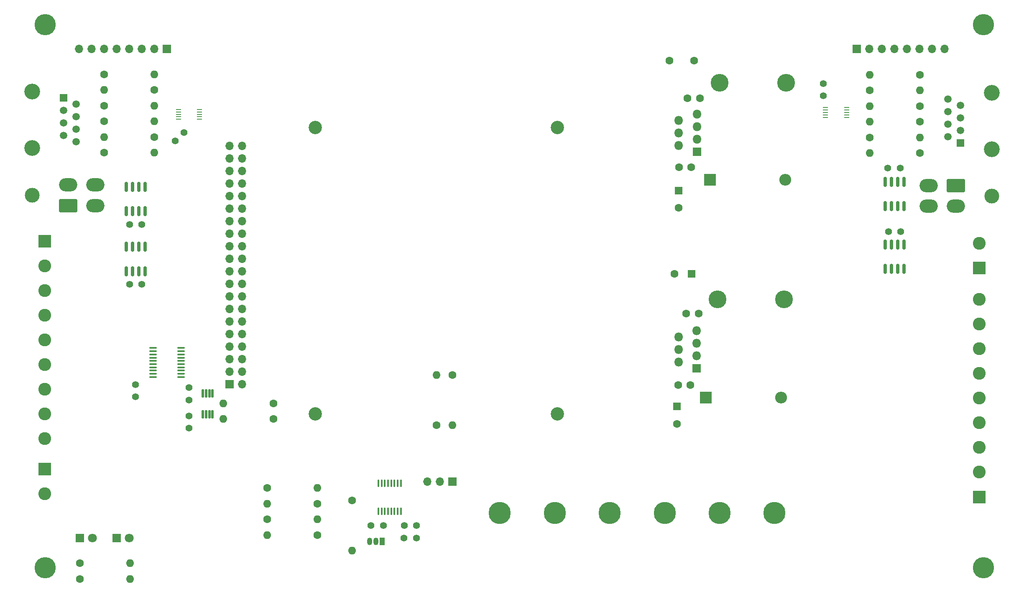
<source format=gbr>
%TF.GenerationSoftware,KiCad,Pcbnew,8.0.4*%
%TF.CreationDate,2024-12-05T04:30:44-06:00*%
%TF.ProjectId,mainpcb,6d61696e-7063-4622-9e6b-696361645f70,rev?*%
%TF.SameCoordinates,Original*%
%TF.FileFunction,Soldermask,Top*%
%TF.FilePolarity,Negative*%
%FSLAX46Y46*%
G04 Gerber Fmt 4.6, Leading zero omitted, Abs format (unit mm)*
G04 Created by KiCad (PCBNEW 8.0.4) date 2024-12-05 04:30:44*
%MOMM*%
%LPD*%
G01*
G04 APERTURE LIST*
G04 Aperture macros list*
%AMRoundRect*
0 Rectangle with rounded corners*
0 $1 Rounding radius*
0 $2 $3 $4 $5 $6 $7 $8 $9 X,Y pos of 4 corners*
0 Add a 4 corners polygon primitive as box body*
4,1,4,$2,$3,$4,$5,$6,$7,$8,$9,$2,$3,0*
0 Add four circle primitives for the rounded corners*
1,1,$1+$1,$2,$3*
1,1,$1+$1,$4,$5*
1,1,$1+$1,$6,$7*
1,1,$1+$1,$8,$9*
0 Add four rect primitives between the rounded corners*
20,1,$1+$1,$2,$3,$4,$5,0*
20,1,$1+$1,$4,$5,$6,$7,0*
20,1,$1+$1,$6,$7,$8,$9,0*
20,1,$1+$1,$8,$9,$2,$3,0*%
G04 Aperture macros list end*
%ADD10R,2.600000X2.600000*%
%ADD11C,2.600000*%
%ADD12C,1.600000*%
%ADD13O,1.600000X1.600000*%
%ADD14C,4.300000*%
%ADD15R,1.700000X1.700000*%
%ADD16O,1.700000X1.700000*%
%ADD17R,1.600000X1.600000*%
%ADD18R,1.800000X1.800000*%
%ADD19O,1.800000X1.800000*%
%ADD20C,1.400000*%
%ADD21RoundRect,0.150000X-0.150000X0.825000X-0.150000X-0.825000X0.150000X-0.825000X0.150000X0.825000X0*%
%ADD22RoundRect,0.150000X0.150000X-0.825000X0.150000X0.825000X-0.150000X0.825000X-0.150000X-0.825000X0*%
%ADD23RoundRect,0.100000X-0.100000X0.637500X-0.100000X-0.637500X0.100000X-0.637500X0.100000X0.637500X0*%
%ADD24C,4.500000*%
%ADD25RoundRect,0.100000X0.637500X0.100000X-0.637500X0.100000X-0.637500X-0.100000X0.637500X-0.100000X0*%
%ADD26RoundRect,0.125000X-0.125000X0.687500X-0.125000X-0.687500X0.125000X-0.687500X0.125000X0.687500X0*%
%ADD27C,2.700000*%
%ADD28C,3.600000*%
%ADD29R,2.400000X2.400000*%
%ADD30O,2.400000X2.400000*%
%ADD31C,3.200000*%
%ADD32R,1.500000X1.500000*%
%ADD33C,1.500000*%
%ADD34C,3.000000*%
%ADD35RoundRect,0.250001X-1.599999X1.099999X-1.599999X-1.099999X1.599999X-1.099999X1.599999X1.099999X0*%
%ADD36O,3.700000X2.700000*%
%ADD37R,1.050000X1.500000*%
%ADD38O,1.050000X1.500000*%
%ADD39R,1.100000X0.250000*%
%ADD40RoundRect,0.250001X1.599999X-1.099999X1.599999X1.099999X-1.599999X1.099999X-1.599999X-1.099999X0*%
%ADD41C,1.800000*%
G04 APERTURE END LIST*
D10*
%TO.C,J9*%
X55880000Y-127000000D03*
D11*
X55880000Y-132000000D03*
%TD*%
D12*
%TO.C,R17*%
X118110000Y-133350000D03*
D13*
X118110000Y-143510000D03*
%TD*%
D12*
%TO.C,R22*%
X102235000Y-116840000D03*
D13*
X92075000Y-116840000D03*
%TD*%
D12*
%TO.C,R15*%
X67945000Y-47043562D03*
D13*
X78105000Y-47043562D03*
%TD*%
D12*
%TO.C,R2*%
X62985000Y-149225000D03*
D13*
X73145000Y-149225000D03*
%TD*%
D14*
%TO.C,H3*%
X246000000Y-37000000D03*
%TD*%
D12*
%TO.C,R7*%
X67945000Y-62918562D03*
D13*
X78105000Y-62918562D03*
%TD*%
D15*
%TO.C,J8*%
X138430000Y-129540000D03*
D16*
X135890000Y-129540000D03*
X133350000Y-129540000D03*
%TD*%
D17*
%TO.C,C6*%
X184259234Y-70590765D03*
D12*
X184259234Y-74090765D03*
%TD*%
D18*
%TO.C,U3*%
X187912200Y-106585450D03*
D19*
X184212200Y-105315450D03*
X187912200Y-104045450D03*
X184212200Y-102775450D03*
X187912200Y-101505450D03*
X184212200Y-100235450D03*
X187912200Y-98965450D03*
%TD*%
D20*
%TO.C,C13*%
X128660000Y-138430000D03*
X131160000Y-138430000D03*
%TD*%
%TO.C,C9*%
X84068884Y-58806116D03*
X82301117Y-60573883D03*
%TD*%
D21*
%TO.C,U7*%
X76200000Y-69813562D03*
X74930000Y-69813562D03*
X73660000Y-69813562D03*
X72390000Y-69813562D03*
X72390000Y-74763562D03*
X73660000Y-74763562D03*
X74930000Y-74763562D03*
X76200000Y-74763562D03*
%TD*%
D20*
%TO.C,C24*%
X85090000Y-110510000D03*
X85090000Y-113010000D03*
%TD*%
D22*
%TO.C,U11*%
X226060000Y-86455000D03*
X227330000Y-86455000D03*
X228600000Y-86455000D03*
X229870000Y-86455000D03*
X229870000Y-81505000D03*
X228600000Y-81505000D03*
X227330000Y-81505000D03*
X226060000Y-81505000D03*
%TD*%
D23*
%TO.C,U9*%
X128005000Y-129852500D03*
X127355000Y-129852500D03*
X126705000Y-129852500D03*
X126055000Y-129852500D03*
X125405000Y-129852500D03*
X124755000Y-129852500D03*
X124105000Y-129852500D03*
X123455000Y-129852500D03*
X123455000Y-135577500D03*
X124105000Y-135577500D03*
X124755000Y-135577500D03*
X125405000Y-135577500D03*
X126055000Y-135577500D03*
X126705000Y-135577500D03*
X127355000Y-135577500D03*
X128005000Y-135577500D03*
%TD*%
D20*
%TO.C,C14*%
X75545000Y-77470000D03*
X73045000Y-77470000D03*
%TD*%
D12*
%TO.C,C2*%
X185802200Y-95480450D03*
X188302200Y-95480450D03*
%TD*%
D24*
%TO.C,J5*%
X203662000Y-135890000D03*
X192536800Y-135890000D03*
X181411600Y-135890000D03*
X170286400Y-135890000D03*
X159161200Y-135890000D03*
X148036000Y-135890000D03*
%TD*%
D17*
%TO.C,C5*%
X186882200Y-87480450D03*
D12*
X183382200Y-87480450D03*
%TD*%
%TO.C,R9*%
X138430000Y-107950000D03*
D13*
X138430000Y-118110000D03*
%TD*%
D20*
%TO.C,C15*%
X75545000Y-89535000D03*
X73045000Y-89535000D03*
%TD*%
D12*
%TO.C,R21*%
X111125000Y-133985000D03*
D13*
X100965000Y-133985000D03*
%TD*%
D15*
%TO.C,J6*%
X80645000Y-41910000D03*
D16*
X78105000Y-41910000D03*
X75565000Y-41910000D03*
X73025000Y-41910000D03*
X70485000Y-41910000D03*
X67945000Y-41910000D03*
X65405000Y-41910000D03*
X62865000Y-41910000D03*
%TD*%
D12*
%TO.C,R8*%
X233065000Y-47152500D03*
D13*
X222905000Y-47152500D03*
%TD*%
D12*
%TO.C,R13*%
X78105000Y-50218562D03*
D13*
X67945000Y-50218562D03*
%TD*%
D20*
%TO.C,C11*%
X121940000Y-138430000D03*
X124440000Y-138430000D03*
%TD*%
D12*
%TO.C,C8*%
X184279234Y-65893416D03*
X186779234Y-65893416D03*
%TD*%
D25*
%TO.C,U2*%
X83507500Y-108335000D03*
X83507500Y-107685000D03*
X83507500Y-107035000D03*
X83507500Y-106385000D03*
X83507500Y-105735000D03*
X83507500Y-105085000D03*
X83507500Y-104435000D03*
X83507500Y-103785000D03*
X83507500Y-103135000D03*
X83507500Y-102485000D03*
X77782500Y-102485000D03*
X77782500Y-103135000D03*
X77782500Y-103785000D03*
X77782500Y-104435000D03*
X77782500Y-105085000D03*
X77782500Y-105735000D03*
X77782500Y-106385000D03*
X77782500Y-107035000D03*
X77782500Y-107685000D03*
X77782500Y-108335000D03*
%TD*%
D26*
%TO.C,U1*%
X89875000Y-111679500D03*
X89225000Y-111679500D03*
X88575000Y-111679500D03*
X87925000Y-111679500D03*
X87925000Y-115904500D03*
X88575000Y-115904500D03*
X89225000Y-115904500D03*
X89875000Y-115904500D03*
%TD*%
D20*
%TO.C,C10*%
X213566116Y-51398349D03*
X213566116Y-48898349D03*
%TD*%
D12*
%TO.C,R3*%
X67945000Y-56568562D03*
D13*
X78105000Y-56568562D03*
%TD*%
D10*
%TO.C,J15*%
X245110000Y-86280000D03*
D11*
X245110000Y-81280000D03*
%TD*%
D27*
%TO.C,REF\u002A\u002A*%
X110695000Y-57820000D03*
%TD*%
D14*
%TO.C,H1*%
X56000000Y-37000000D03*
%TD*%
D28*
%TO.C,L1*%
X192112200Y-92615450D03*
X205612200Y-92615450D03*
%TD*%
D12*
%TO.C,R5*%
X78105000Y-59743562D03*
D13*
X67945000Y-59743562D03*
%TD*%
D18*
%TO.C,U4*%
X187959234Y-62718416D03*
D19*
X184259234Y-61448416D03*
X187959234Y-60178416D03*
X184259234Y-58908416D03*
X187959234Y-57638416D03*
X184259234Y-56368416D03*
X187959234Y-55098416D03*
%TD*%
D22*
%TO.C,U12*%
X226080000Y-73772500D03*
X227350000Y-73772500D03*
X228620000Y-73772500D03*
X229890000Y-73772500D03*
X229890000Y-68822500D03*
X228620000Y-68822500D03*
X227350000Y-68822500D03*
X226080000Y-68822500D03*
%TD*%
D12*
%TO.C,R11*%
X67945000Y-53393562D03*
D13*
X78105000Y-53393562D03*
%TD*%
D28*
%TO.C,L2*%
X192514234Y-48748416D03*
X206014234Y-48748416D03*
%TD*%
D27*
%TO.C,REF\u002A\u002A*%
X159695000Y-57820000D03*
%TD*%
D12*
%TO.C,C7*%
X186055000Y-51923416D03*
X188555000Y-51923416D03*
%TD*%
%TO.C,R23*%
X102235000Y-113665000D03*
D13*
X92075000Y-113665000D03*
%TD*%
D12*
%TO.C,C18*%
X187394234Y-44303416D03*
X182394234Y-44303416D03*
%TD*%
D15*
%TO.C,J7*%
X220345000Y-41910000D03*
D16*
X222885000Y-41910000D03*
X225425000Y-41910000D03*
X227965000Y-41910000D03*
X230505000Y-41910000D03*
X233045000Y-41910000D03*
X235585000Y-41910000D03*
X238125000Y-41910000D03*
%TD*%
D20*
%TO.C,C23*%
X74295000Y-109855000D03*
X74295000Y-112355000D03*
%TD*%
D29*
%TO.C,D3*%
X189762200Y-112480450D03*
D30*
X205002200Y-112480450D03*
%TD*%
D31*
%TO.C,J2*%
X53360000Y-50561062D03*
X53360000Y-61991062D03*
D32*
X59710000Y-51831062D03*
D33*
X62250000Y-53101062D03*
X59710000Y-54371062D03*
X62250000Y-55641062D03*
X59710000Y-56911062D03*
X62250000Y-58181062D03*
X59710000Y-59451062D03*
X62250000Y-60721062D03*
%TD*%
D15*
%TO.C,J1*%
X93345000Y-109840000D03*
D16*
X95885000Y-109840000D03*
X93345000Y-107300000D03*
X95885000Y-107300000D03*
X93345000Y-104760000D03*
X95885000Y-104760000D03*
X93345000Y-102220000D03*
X95885000Y-102220000D03*
X93345000Y-99680000D03*
X95885000Y-99680000D03*
X93345000Y-97140000D03*
X95885000Y-97140000D03*
X93345000Y-94600000D03*
X95885000Y-94600000D03*
X93345000Y-92060000D03*
X95885000Y-92060000D03*
X93345000Y-89520000D03*
X95885000Y-89520000D03*
X93345000Y-86980000D03*
X95885000Y-86980000D03*
X93345000Y-84440000D03*
X95885000Y-84440000D03*
X93345000Y-81900000D03*
X95885000Y-81900000D03*
X93345000Y-79360000D03*
X95885000Y-79360000D03*
X93345000Y-76820000D03*
X95885000Y-76820000D03*
X93345000Y-74280000D03*
X95885000Y-74280000D03*
X93345000Y-71740000D03*
X95885000Y-71740000D03*
X93345000Y-69200000D03*
X95885000Y-69200000D03*
X93345000Y-66660000D03*
X95885000Y-66660000D03*
X93345000Y-64120000D03*
X95885000Y-64120000D03*
X93345000Y-61580000D03*
X95885000Y-61580000D03*
%TD*%
D17*
%TO.C,C3*%
X183882200Y-114327799D03*
D12*
X183882200Y-117827799D03*
%TD*%
D14*
%TO.C,H4*%
X246000000Y-147000000D03*
%TD*%
D12*
%TO.C,R4*%
X233065000Y-53502500D03*
D13*
X222905000Y-53502500D03*
%TD*%
D34*
%TO.C,J11*%
X247650000Y-71677500D03*
D35*
X240350000Y-69577500D03*
D36*
X240350000Y-73777500D03*
X234850000Y-69577500D03*
X234850000Y-73777500D03*
%TD*%
D37*
%TO.C,U10*%
X124195000Y-141605000D03*
D38*
X122925000Y-141605000D03*
X121655000Y-141605000D03*
%TD*%
D12*
%TO.C,R19*%
X100965000Y-130810000D03*
D13*
X111125000Y-130810000D03*
%TD*%
D39*
%TO.C,U6*%
X213951740Y-53772500D03*
X213951740Y-54272500D03*
X213951740Y-54772500D03*
X213951740Y-55272500D03*
X213951740Y-55772500D03*
X218251740Y-55772500D03*
X218251740Y-55272500D03*
X218251740Y-54772500D03*
X218251740Y-54272500D03*
X218251740Y-53772500D03*
%TD*%
D12*
%TO.C,R1*%
X62985000Y-146050000D03*
D13*
X73145000Y-146050000D03*
%TD*%
D27*
%TO.C,REF\u002A\u002A*%
X110695000Y-115820000D03*
%TD*%
%TO.C,REF\u002A\u002A*%
X159695000Y-115820000D03*
%TD*%
D34*
%TO.C,J10*%
X53360000Y-71551062D03*
D40*
X60660000Y-73651062D03*
D36*
X60660000Y-69451062D03*
X66160000Y-73651062D03*
X66160000Y-69451062D03*
%TD*%
D14*
%TO.C,H2*%
X56000000Y-147000000D03*
%TD*%
D10*
%TO.C,J4*%
X55870000Y-80850000D03*
D11*
X55870000Y-85850000D03*
X55870000Y-90850000D03*
X55870000Y-95850000D03*
X55870000Y-100850000D03*
X55870000Y-105850000D03*
X55870000Y-110850000D03*
X55870000Y-115850000D03*
X55870000Y-120850000D03*
%TD*%
D31*
%TO.C,J3*%
X247650000Y-62230000D03*
X247650000Y-50800000D03*
D32*
X241300000Y-60960000D03*
D33*
X238760000Y-59690000D03*
X241300000Y-58420000D03*
X238760000Y-57150000D03*
X241300000Y-55880000D03*
X238760000Y-54610000D03*
X241300000Y-53340000D03*
X238760000Y-52070000D03*
%TD*%
D21*
%TO.C,U8*%
X76200000Y-81980000D03*
X74930000Y-81980000D03*
X73660000Y-81980000D03*
X72390000Y-81980000D03*
X72390000Y-86930000D03*
X73660000Y-86930000D03*
X74930000Y-86930000D03*
X76200000Y-86930000D03*
%TD*%
D18*
%TO.C,D1*%
X62985000Y-140970000D03*
D41*
X65525000Y-140970000D03*
%TD*%
D29*
%TO.C,D4*%
X190609234Y-68433416D03*
D30*
X205849234Y-68433416D03*
%TD*%
D12*
%TO.C,R16*%
X233065000Y-63027500D03*
D13*
X222905000Y-63027500D03*
%TD*%
D12*
%TO.C,R6*%
X222905000Y-50327500D03*
D13*
X233065000Y-50327500D03*
%TD*%
D12*
%TO.C,R20*%
X111125000Y-140335000D03*
D13*
X100965000Y-140335000D03*
%TD*%
D12*
%TO.C,R10*%
X135255000Y-118110000D03*
D13*
X135255000Y-107950000D03*
%TD*%
D12*
%TO.C,C4*%
X184132200Y-109980450D03*
X186632200Y-109980450D03*
%TD*%
%TO.C,R12*%
X233065000Y-56677500D03*
D13*
X222905000Y-56677500D03*
%TD*%
D20*
%TO.C,C12*%
X128640000Y-140970000D03*
X131140000Y-140970000D03*
%TD*%
%TO.C,C17*%
X226604000Y-66012500D03*
X229104000Y-66012500D03*
%TD*%
D12*
%TO.C,R14*%
X222905000Y-59852500D03*
D13*
X233065000Y-59852500D03*
%TD*%
D12*
%TO.C,R18*%
X100965000Y-137160000D03*
D13*
X111125000Y-137160000D03*
%TD*%
D20*
%TO.C,C1*%
X85090000Y-116225000D03*
X85090000Y-118725000D03*
%TD*%
D10*
%TO.C,J13*%
X245110000Y-132630000D03*
D11*
X245110000Y-127630000D03*
X245110000Y-122630000D03*
X245110000Y-117630000D03*
X245110000Y-112630000D03*
X245110000Y-107630000D03*
X245110000Y-102630000D03*
X245110000Y-97630000D03*
X245110000Y-92630000D03*
%TD*%
D39*
%TO.C,U5*%
X87240000Y-56163562D03*
X87240000Y-55663562D03*
X87240000Y-55163562D03*
X87240000Y-54663562D03*
X87240000Y-54163562D03*
X82940000Y-54163562D03*
X82940000Y-54663562D03*
X82940000Y-55163562D03*
X82940000Y-55663562D03*
X82940000Y-56163562D03*
%TD*%
D18*
%TO.C,D2*%
X70485000Y-140970000D03*
D41*
X73025000Y-140970000D03*
%TD*%
D20*
%TO.C,C16*%
X226715000Y-78900000D03*
X229215000Y-78900000D03*
%TD*%
M02*

</source>
